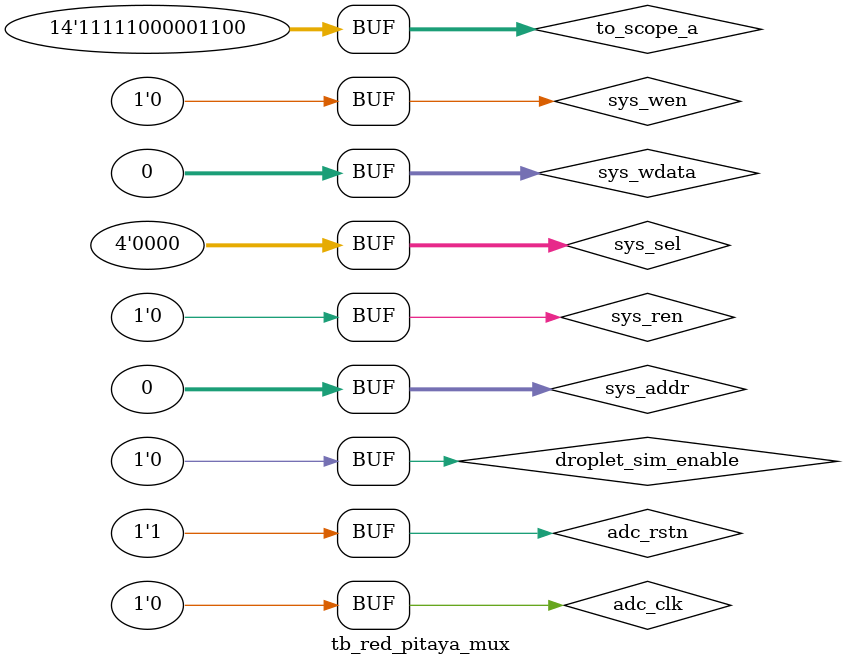
<source format=v>
`timescale 10ns / 1ns


module tb_red_pitaya_mux #( 
        parameter DWT = 14,
        parameter MEM = 32,
        parameter CHNL = 6 
    );
    reg adc_clk, adc_rstn;
//    reg [6-1:0] active_channels;
    
    always begin
        adc_clk = 1; #1;
        adc_clk = 0; #1;
    end
    
//    always begin
//        active_channels = 6'b101001; #10000;
//        active_channels = 6'b001111; #10000;
//    end
        
    
    always begin
        adc_rstn = 0; #10;
        adc_rstn = 1; #1000000000;
    end
        
    wire sort_trig;
    assign DIO1_P = sort_trig;
    
    wire [3-1: 0] mux_addr;
    assign DIO2_P = mux_addr[0];
    assign DIO3_P = mux_addr[1];
    assign DIO4_P = mux_addr[2];
    
    wire [6-1: 0] muxing_channels;
    wire signal_stable;
    
    // wire [6-1:0] active_channels;
    // assign active_channels = 6'b101001;

    red_pitaya_mux i_mux(
      .adc_clk_i            ( adc_clk         ),
      .adc_rstn_i           ( adc_rstn        ),
      .active_channels_i    ( muxing_channels ),
      .mux_addr_o           ( mux_addr        ),
      .signal_stable_o      ( signal_stable   )
      );
    
    wire [8-1: 0] led_o;    
    
    wire sys_wen;
    wire sys_ren;
    wire sys_err;
    wire sys_ack;
    wire [32-1:0] sys_rdata;
    wire [32-1:0] sys_addr;
    wire [32-1:0] sys_wdata;
    wire [ 4-1:0] sys_sel;
    
    assign sys_wen = 32'b0;
    assign sys_ren = 32'b0;
    assign sys_addr = 32'b0;
    assign sys_wdata = 32'b0;
    assign sys_sel = 32'b0;
    
    reg [DWT-1:0] to_scope_a;
    reg droplet_sim_enable;
    
    always begin
        droplet_sim_enable = 1; #10000;
        droplet_sim_enable = 0; #1000;
    end
    
    always @(mux_addr, droplet_sim_enable) begin
        if (droplet_sim_enable) begin
            case (mux_addr)
                0: to_scope_a <= -14'sd100;
                1: to_scope_a <= -14'sd50;
                2: to_scope_a <=  14'sd0;
                3: to_scope_a <=  14'sd50;
                4: to_scope_a <=  14'sd10;
            endcase
        end else begin
            to_scope_a <= -14'sd500;
        end
    end
    
    //assign sys_err = 0;
    //assign sys_ack = 0;
    
    red_pitaya_fads i_fads(
      .adc_clk_i          ( adc_clk           ),
      .adc_rstn_i         ( adc_rstn          ),
      .adc_a_i            ( to_scope_a        ),
      .mux_addr_i         ( mux_addr          ),
      .signal_stable_i    ( signal_stable     ),
      .muxing_channels_o  ( muxing_channels   ),
      .sort_trig          ( sort_trig         ),
      .debug              ( led_o             ),
      
      // System bus
      .sys_addr           ( sys_addr                   ),  // address
      .sys_wdata          ( sys_wdata                  ),  // write data
      .sys_sel            ( sys_sel                    ),  // write byte select
      .sys_wen            ( sys_wen                 ),  // write enable
      .sys_ren            ( sys_ren                 ),  // read enable
      .sys_rdata          ( sys_rdata  ),  // read data
      .sys_err            ( sys_err                 ),  // error indicator
      .sys_ack            ( sys_ack                 )   // acknowledge signal
      );
        
endmodule

</source>
